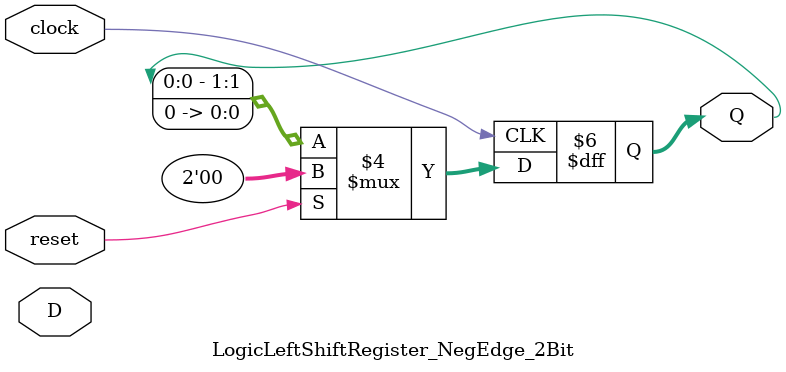
<source format=v>
module LogicLeftShiftRegister_NegEdge_2Bit (clock, reset, D, Q);
    input clock;
    input reset;
    input [1:0] D;
    output reg [1:0] Q;

    always @(negedge clock)
    begin
        if (reset)
            Q = 2'b00;
        else
            Q = Q << 1 ;        
    end
endmodule

</source>
